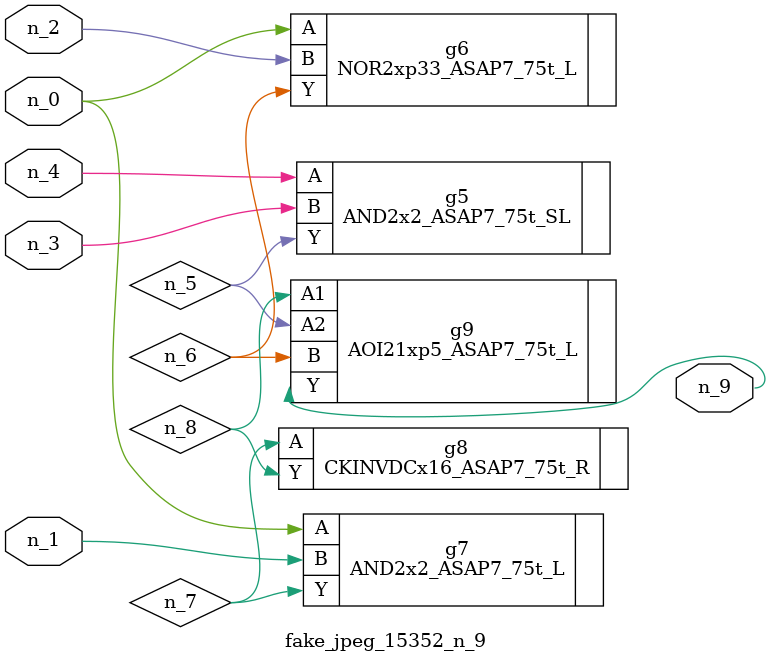
<source format=v>
module fake_jpeg_15352_n_9 (n_3, n_2, n_1, n_0, n_4, n_9);

input n_3;
input n_2;
input n_1;
input n_0;
input n_4;

output n_9;

wire n_8;
wire n_6;
wire n_5;
wire n_7;

AND2x2_ASAP7_75t_SL g5 ( 
.A(n_4),
.B(n_3),
.Y(n_5)
);

NOR2xp33_ASAP7_75t_L g6 ( 
.A(n_0),
.B(n_2),
.Y(n_6)
);

AND2x2_ASAP7_75t_L g7 ( 
.A(n_0),
.B(n_1),
.Y(n_7)
);

CKINVDCx16_ASAP7_75t_R g8 ( 
.A(n_7),
.Y(n_8)
);

AOI21xp5_ASAP7_75t_L g9 ( 
.A1(n_8),
.A2(n_5),
.B(n_6),
.Y(n_9)
);


endmodule
</source>
